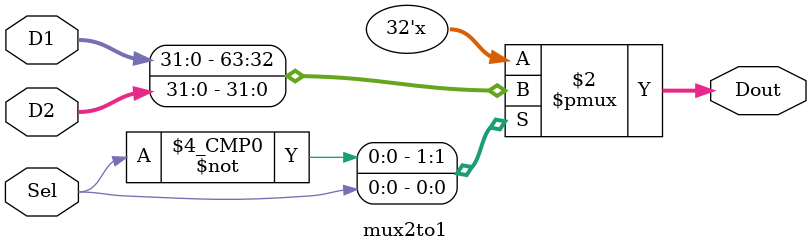
<source format=v>
`timescale 1ns / 1ps
module mux2to1(
    input [31:0] D1,
    input [31:0] D2,
    input Sel,
    output reg [31:0] Dout
    );
	 
	 always@(*) begin
		case(Sel)
			1'b0: Dout <= D1;
			1'b1: Dout <= D2;
		endcase
	 end
	 


endmodule

</source>
